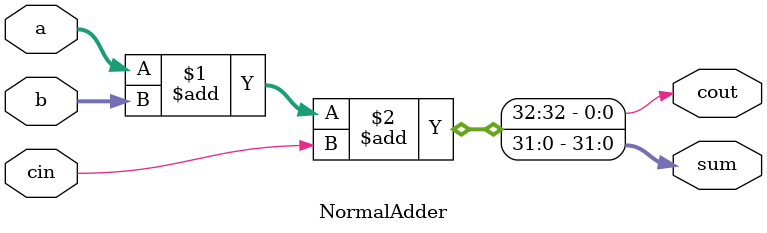
<source format=v>
module NormalAdder (
    input  [31:0] a,
    input  [31:0] b,
    input  cin,
    output cout,
    output [31:0] sum
);

  assign {cout,sum} = a+b+cin;

endmodule

</source>
